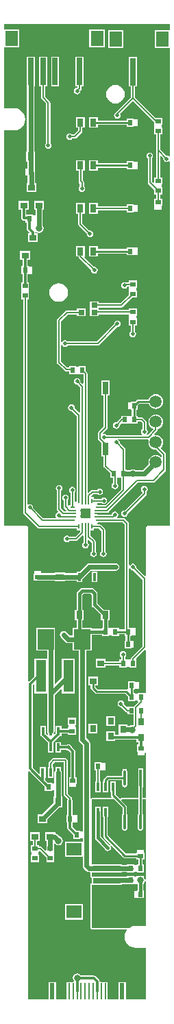
<source format=gtl>
%FSLAX25Y25*%
%MOIN*%
G70*
G01*
G75*
G04 Layer_Physical_Order=1*
G04 Layer_Color=255*
%ADD10C,0.05906*%
%ADD11R,0.02362X0.02756*%
%ADD12R,0.02756X0.02362*%
%ADD13R,0.03150X0.03937*%
%ADD14R,0.03937X0.03150*%
%ADD15R,0.02559X0.02165*%
%ADD16R,0.02165X0.02559*%
%ADD17R,0.03543X0.03150*%
%ADD18R,0.03543X0.03150*%
%ADD19R,0.01575X0.03937*%
%ADD20O,0.01181X0.07874*%
%ADD21R,0.01181X0.07874*%
%ADD22R,0.02362X0.07874*%
%ADD23R,0.01063X0.07874*%
%ADD24R,0.05118X0.05118*%
%ADD25R,0.00787X0.02362*%
%ADD26R,0.00787X0.03150*%
%ADD27R,0.02362X0.00787*%
%ADD28R,0.03150X0.00787*%
%ADD29R,0.05118X0.15748*%
%ADD30R,0.06299X0.07480*%
%ADD31R,0.02756X0.13386*%
%ADD32R,0.02756X0.06102*%
%ADD33R,0.07874X0.10000*%
%ADD34R,0.07480X0.06299*%
%ADD35R,0.13386X0.02756*%
%ADD36R,0.03150X0.02559*%
%ADD37R,0.03150X0.03543*%
%ADD38R,0.03150X0.03543*%
%ADD39C,0.01575*%
%ADD40C,0.01000*%
%ADD41C,0.02362*%
%ADD42C,0.00787*%
%ADD43C,0.01181*%
%ADD44C,0.01969*%
%ADD45C,0.03150*%
G36*
X62526Y-266096D02*
X63047Y-266444D01*
X63661Y-266566D01*
X63817Y-266535D01*
X68386Y-271105D01*
Y-303521D01*
X62923Y-308985D01*
X62705Y-309311D01*
X62629Y-309695D01*
Y-309832D01*
X61861D01*
Y-310050D01*
X60679D01*
Y-309832D01*
X59911D01*
Y-308671D01*
X59994Y-308616D01*
X60342Y-308095D01*
X60464Y-307480D01*
X60342Y-306866D01*
X59994Y-306345D01*
X59473Y-305997D01*
X58858Y-305875D01*
X58244Y-305997D01*
X57723Y-306345D01*
X57375Y-306866D01*
X57253Y-307480D01*
X57375Y-308095D01*
X57723Y-308616D01*
X57904Y-308737D01*
Y-309832D01*
X57136D01*
Y-310787D01*
X50326D01*
Y-309625D01*
X45602D01*
Y-313956D01*
X50326D01*
Y-312794D01*
X57136D01*
Y-313769D01*
X60679D01*
Y-313550D01*
X61861D01*
Y-313769D01*
X65404D01*
Y-309832D01*
X65404Y-309832D01*
X65404D01*
X65260Y-309485D01*
X69401Y-305345D01*
X69863Y-305537D01*
Y-326252D01*
X69494D01*
Y-326252D01*
X65951D01*
Y-326470D01*
X64769D01*
Y-326252D01*
X64110D01*
Y-324518D01*
X64769D01*
Y-324300D01*
X66560D01*
Y-320800D01*
X64769D01*
Y-320582D01*
X61226D01*
Y-323916D01*
X60794Y-324563D01*
X60368Y-324479D01*
X60368Y-324479D01*
X46425D01*
X45336Y-323389D01*
Y-322617D01*
X46586D01*
Y-318286D01*
X41862D01*
Y-322617D01*
X43112D01*
Y-323850D01*
X43112Y-323850D01*
X43197Y-324275D01*
X43438Y-324636D01*
X45178Y-326377D01*
X45539Y-326618D01*
X45965Y-326702D01*
X45965Y-326702D01*
X59908D01*
X61226Y-328021D01*
Y-330188D01*
X64769D01*
Y-329970D01*
X65951D01*
Y-330188D01*
X66090D01*
X66282Y-330650D01*
X64283Y-332649D01*
X64188Y-332791D01*
X61046D01*
X61046Y-332791D01*
Y-332791D01*
X60653Y-332954D01*
X59350Y-331652D01*
X59381Y-331496D01*
X59259Y-330882D01*
X58911Y-330361D01*
X58390Y-330013D01*
X57776Y-329890D01*
X57161Y-330013D01*
X56640Y-330361D01*
X56292Y-330882D01*
X56170Y-331496D01*
X56292Y-332111D01*
X56640Y-332631D01*
X57161Y-332979D01*
X57776Y-333102D01*
X57931Y-333071D01*
X60330Y-335470D01*
X60655Y-335687D01*
X61040Y-335764D01*
X61046D01*
Y-336729D01*
X63989D01*
Y-341632D01*
X63602Y-341949D01*
X63287Y-341887D01*
X62442Y-342055D01*
X62145Y-342254D01*
X61055D01*
Y-341698D01*
X56725D01*
Y-346242D01*
X56725Y-346242D01*
X56725D01*
X56725Y-346422D01*
X56551Y-346596D01*
X55028D01*
Y-344918D01*
X50697D01*
Y-349642D01*
X55028D01*
Y-349004D01*
X65386D01*
Y-350162D01*
X66376D01*
Y-351396D01*
X65611D01*
Y-354939D01*
X65830D01*
Y-356730D01*
X69330D01*
Y-355414D01*
X69792Y-355222D01*
X69863Y-355293D01*
Y-377313D01*
X68452D01*
Y-372098D01*
X68521D01*
Y-363042D01*
X66159D01*
Y-372098D01*
X66228D01*
Y-377313D01*
X58279D01*
X58161Y-377362D01*
X58034D01*
X57944Y-377452D01*
X57827Y-377501D01*
X57807Y-377547D01*
X57317Y-377644D01*
X55212Y-375540D01*
Y-374497D01*
X55478D01*
Y-369379D01*
X52722D01*
Y-374497D01*
X52988D01*
Y-376000D01*
X52988Y-376000D01*
X53073Y-376426D01*
X53314Y-376786D01*
X53379Y-376852D01*
X53188Y-377313D01*
X43504D01*
X43235Y-377425D01*
X42819Y-377147D01*
Y-350776D01*
X42819Y-350776D01*
X42819Y-350776D01*
Y-350776D01*
X42819D01*
X42819Y-350776D01*
X42681Y-350085D01*
X42290Y-349499D01*
X40846Y-348056D01*
Y-305691D01*
X43498D01*
Y-297865D01*
X48586D01*
Y-298429D01*
X52129D01*
Y-298210D01*
X53311D01*
Y-298429D01*
X56854D01*
Y-297580D01*
X59496D01*
Y-298429D01*
X60148D01*
Y-300810D01*
X59587D01*
Y-304550D01*
X62933D01*
Y-304330D01*
X64128D01*
Y-301030D01*
X62933D01*
Y-300810D01*
X62372D01*
Y-298429D01*
X63039D01*
Y-298210D01*
X64830D01*
Y-294710D01*
X63039D01*
Y-294492D01*
X61788D01*
Y-265853D01*
X62267Y-265708D01*
X62526Y-266096D01*
D02*
G37*
G36*
X81674Y-3789D02*
X74327D01*
Y-12451D01*
X81674D01*
Y-64995D01*
X81214Y-65302D01*
X80693Y-64954D01*
X80079Y-64831D01*
X79923Y-64862D01*
X76903Y-61843D01*
Y-54714D01*
X77868D01*
Y-51170D01*
X77650D01*
Y-49989D01*
X77868D01*
Y-46446D01*
X74735D01*
X64740Y-36450D01*
Y-31381D01*
X65705D01*
Y-16815D01*
X61768D01*
Y-31381D01*
X62733D01*
Y-36450D01*
X55353Y-43830D01*
X55203Y-44054D01*
X54928Y-44239D01*
X54580Y-44760D01*
X54457Y-45374D01*
X54580Y-45989D01*
X54928Y-46509D01*
X55449Y-46858D01*
X56063Y-46980D01*
X56677Y-46858D01*
X57198Y-46509D01*
X57546Y-45989D01*
X57669Y-45374D01*
X57546Y-44760D01*
X57433Y-44589D01*
X63736Y-38285D01*
X73931Y-48481D01*
Y-49989D01*
X74150D01*
Y-51170D01*
X73931D01*
Y-54714D01*
X74897D01*
Y-62258D01*
X74897Y-62258D01*
X74897D01*
Y-75486D01*
X73931D01*
Y-77941D01*
X73470Y-78133D01*
X72854Y-77517D01*
Y-66282D01*
X72986Y-66194D01*
X73334Y-65674D01*
X73456Y-65059D01*
X73334Y-64445D01*
X72986Y-63924D01*
X72465Y-63576D01*
X71850Y-63453D01*
X71236Y-63576D01*
X70715Y-63924D01*
X70367Y-64445D01*
X70245Y-65059D01*
X70367Y-65674D01*
X70715Y-66194D01*
X70847Y-66282D01*
Y-77933D01*
X70847Y-77933D01*
X70847D01*
X70923Y-78317D01*
X71141Y-78642D01*
X73931Y-81433D01*
Y-83754D01*
X74897D01*
Y-85776D01*
X73931D01*
Y-89319D01*
X74150D01*
Y-91110D01*
X77650D01*
Y-89319D01*
X77868D01*
Y-85776D01*
X76903D01*
Y-83754D01*
X77868D01*
Y-80211D01*
X77650D01*
Y-79029D01*
X77868D01*
Y-75486D01*
X76903D01*
Y-65334D01*
X77365Y-65143D01*
X78504Y-66281D01*
X78473Y-66437D01*
X78595Y-67052D01*
X78943Y-67572D01*
X79464Y-67920D01*
X80079Y-68043D01*
X80693Y-67920D01*
X81214Y-67572D01*
X81674Y-67879D01*
Y-245060D01*
X70866D01*
X70482Y-245136D01*
X70157Y-245354D01*
X69939Y-245679D01*
X69863Y-246063D01*
Y-269089D01*
X69401Y-269281D01*
X65236Y-265116D01*
X65267Y-264961D01*
X65145Y-264346D01*
X64797Y-263825D01*
X64276Y-263477D01*
X63661Y-263355D01*
X63047Y-263477D01*
X62526Y-263825D01*
X62267Y-264214D01*
X61788Y-264069D01*
Y-243855D01*
X61712Y-243471D01*
X61494Y-243146D01*
X59841Y-241493D01*
X59516Y-241276D01*
X59132Y-241199D01*
X56362D01*
X56057Y-240742D01*
X56405Y-240221D01*
X56527Y-239606D01*
X56405Y-238992D01*
X56057Y-238471D01*
X55536Y-238123D01*
X54921Y-238001D01*
X54307Y-238123D01*
X53786Y-238471D01*
X53438Y-238992D01*
X53316Y-239606D01*
X53301Y-239624D01*
X46400D01*
Y-238482D01*
X51144D01*
X51528Y-238405D01*
X51853Y-238188D01*
X66124Y-223917D01*
X73543D01*
X73927Y-223840D01*
X74253Y-223623D01*
X79457Y-218419D01*
X79674Y-218094D01*
X79751Y-217710D01*
X79751Y-217710D01*
X79751Y-217710D01*
Y-217710D01*
Y-210115D01*
X79687Y-209794D01*
X79674Y-209731D01*
X79457Y-209405D01*
X77310Y-207258D01*
X77337Y-206846D01*
X77905Y-206106D01*
X78262Y-205244D01*
X78384Y-204319D01*
X78262Y-203394D01*
X77905Y-202532D01*
X77337Y-201792D01*
X76597Y-201224D01*
X75735Y-200867D01*
X74810Y-200745D01*
X74264Y-200817D01*
X74043Y-200369D01*
X75520Y-198892D01*
X75737Y-198566D01*
X75814Y-198182D01*
X75814Y-198182D01*
X75814Y-198182D01*
Y-198182D01*
Y-197760D01*
X76597Y-197435D01*
X77337Y-196867D01*
X77905Y-196127D01*
X78262Y-195265D01*
X78384Y-194340D01*
X78262Y-193415D01*
X77905Y-192553D01*
X77337Y-191813D01*
X76597Y-191245D01*
X75735Y-190888D01*
X74810Y-190766D01*
X73885Y-190888D01*
X73023Y-191245D01*
X72283Y-191813D01*
X71715Y-192553D01*
X71358Y-193415D01*
X71236Y-194340D01*
X71358Y-195265D01*
X71715Y-196127D01*
X72283Y-196867D01*
X73023Y-197435D01*
X73396Y-197589D01*
X73493Y-198080D01*
X70907Y-200666D01*
X70422Y-200544D01*
X70357Y-200329D01*
X70387Y-200309D01*
X70735Y-199788D01*
X70858Y-199173D01*
X70735Y-198559D01*
X70387Y-198038D01*
X70256Y-197950D01*
Y-194528D01*
X70179Y-194143D01*
X69962Y-193818D01*
X68714Y-192571D01*
X68389Y-192353D01*
X68005Y-192277D01*
X66091D01*
Y-191411D01*
X65332D01*
Y-188450D01*
X65894D01*
Y-186479D01*
X66741Y-185632D01*
X71435D01*
X71715Y-186307D01*
X72283Y-187047D01*
X73023Y-187615D01*
X73885Y-187972D01*
X74810Y-188094D01*
X75735Y-187972D01*
X76597Y-187615D01*
X77337Y-187047D01*
X77905Y-186307D01*
X78262Y-185445D01*
X78384Y-184520D01*
X78262Y-183595D01*
X77905Y-182733D01*
X77337Y-181993D01*
X76597Y-181425D01*
X75735Y-181068D01*
X74810Y-180946D01*
X73885Y-181068D01*
X73023Y-181425D01*
X72283Y-181993D01*
X71715Y-182733D01*
X71435Y-183408D01*
X66280D01*
X66280Y-183408D01*
X65855Y-183493D01*
X65494Y-183734D01*
X64518Y-184710D01*
X62547D01*
Y-184930D01*
X61352D01*
Y-188230D01*
X62547D01*
Y-188450D01*
X63108D01*
Y-191411D01*
X62548D01*
Y-191630D01*
X61367D01*
Y-191411D01*
X57824D01*
Y-192576D01*
X57682Y-192670D01*
X55746Y-194606D01*
X55590Y-194576D01*
X54976Y-194698D01*
X54455Y-195046D01*
X54107Y-195567D01*
X53985Y-196181D01*
X54107Y-196796D01*
X54455Y-197317D01*
X54976Y-197664D01*
X55590Y-197787D01*
X56205Y-197664D01*
X56726Y-197317D01*
X57074Y-196796D01*
X57196Y-196181D01*
X57165Y-196026D01*
X57842Y-195349D01*
X61367D01*
Y-195130D01*
X62548D01*
Y-195349D01*
X66091D01*
Y-194284D01*
X67589D01*
X68248Y-194943D01*
Y-197950D01*
X68117Y-198038D01*
X67769Y-198559D01*
X67646Y-199173D01*
X67769Y-199788D01*
X68117Y-200309D01*
X68147Y-200329D01*
X68002Y-200807D01*
X50869D01*
X50781Y-200676D01*
X50260Y-200328D01*
X49646Y-200205D01*
X49352Y-200264D01*
X49116Y-199823D01*
X51103Y-197836D01*
X51321Y-197510D01*
X51397Y-197126D01*
X51397Y-197126D01*
X51397Y-197126D01*
Y-197126D01*
Y-181595D01*
X52362D01*
Y-174311D01*
X48425D01*
Y-181595D01*
X49390D01*
Y-196710D01*
X46968Y-199133D01*
X46750Y-199459D01*
X46674Y-199843D01*
X46674Y-199843D01*
X46674D01*
X46674Y-199843D01*
X46674D01*
Y-202626D01*
X46750Y-203010D01*
X46968Y-203336D01*
X48425Y-204794D01*
Y-211319D01*
X49390D01*
Y-215776D01*
X49467Y-216160D01*
X49684Y-216486D01*
X52526Y-219328D01*
Y-221649D01*
X53918D01*
Y-224249D01*
X53786Y-224337D01*
X53438Y-224858D01*
X53316Y-225472D01*
X53438Y-226087D01*
X53786Y-226608D01*
X54307Y-226956D01*
X54921Y-227078D01*
X55536Y-226956D01*
X56057Y-226608D01*
X56405Y-226087D01*
X56527Y-225472D01*
X56405Y-224858D01*
X56057Y-224337D01*
X55925Y-224249D01*
Y-221649D01*
X56069D01*
Y-221430D01*
X57250D01*
Y-221649D01*
X58019D01*
Y-227216D01*
X50334Y-234900D01*
X46794D01*
X46786Y-234901D01*
X46400Y-234584D01*
Y-233757D01*
X48263D01*
X48351Y-233889D01*
X48872Y-234237D01*
X49486Y-234360D01*
X50101Y-234237D01*
X50621Y-233889D01*
X50970Y-233368D01*
X51092Y-232754D01*
X50970Y-232139D01*
X50621Y-231618D01*
X50101Y-231270D01*
X49486Y-231148D01*
X48872Y-231270D01*
X48351Y-231618D01*
X48263Y-231750D01*
X44628D01*
Y-230982D01*
X43413D01*
X43222Y-230520D01*
X44274Y-229468D01*
X46296D01*
X46384Y-229600D01*
X46905Y-229948D01*
X47520Y-230070D01*
X48134Y-229948D01*
X48655Y-229600D01*
X49003Y-229079D01*
X49125Y-228465D01*
X49003Y-227850D01*
X48655Y-227329D01*
X48134Y-226981D01*
X47520Y-226859D01*
X46905Y-226981D01*
X46384Y-227329D01*
X46296Y-227461D01*
X43858D01*
X43474Y-227537D01*
X43149Y-227755D01*
X41960Y-228944D01*
X41498Y-228752D01*
Y-170852D01*
X41422Y-170468D01*
X41204Y-170143D01*
X40754Y-169692D01*
Y-167371D01*
X37211D01*
Y-167590D01*
X36029D01*
Y-167371D01*
X32486D01*
Y-167997D01*
X31616D01*
X28703Y-165084D01*
Y-157158D01*
X29182Y-157012D01*
X29465Y-157435D01*
X29985Y-157783D01*
X30600Y-157906D01*
X31214Y-157783D01*
X31735Y-157435D01*
X31824Y-157304D01*
X46500D01*
X46884Y-157227D01*
X47210Y-157010D01*
X55945Y-148275D01*
X56100Y-148306D01*
X56714Y-148183D01*
X57235Y-147835D01*
X57583Y-147315D01*
X57706Y-146700D01*
X57583Y-146086D01*
X57235Y-145565D01*
X56714Y-145217D01*
X56100Y-145094D01*
X55485Y-145217D01*
X54965Y-145565D01*
X54617Y-146086D01*
X54494Y-146700D01*
X54525Y-146855D01*
X46084Y-155297D01*
X31824D01*
X31735Y-155165D01*
X31214Y-154817D01*
X30600Y-154694D01*
X29985Y-154817D01*
X29465Y-155165D01*
X29182Y-155588D01*
X28703Y-155443D01*
Y-145416D01*
X32036Y-142084D01*
X36395D01*
Y-142950D01*
X40725D01*
Y-139210D01*
X36395D01*
Y-140076D01*
X31620D01*
X31236Y-140153D01*
X30910Y-140370D01*
X26990Y-144290D01*
X26773Y-144616D01*
X26697Y-145000D01*
X26697Y-145000D01*
X26697D01*
X26697Y-145000D01*
X26697D01*
Y-165500D01*
X26697Y-165500D01*
X26697D01*
X26773Y-165884D01*
X26990Y-166210D01*
X30490Y-169710D01*
X30490D01*
X30490Y-169710D01*
X30490Y-169710D01*
Y-169710D01*
X30816Y-169927D01*
X31200Y-170003D01*
X32486D01*
Y-171309D01*
X36029D01*
Y-171090D01*
X37211D01*
Y-171309D01*
X39491D01*
Y-175607D01*
X39029Y-175799D01*
X38071Y-174841D01*
X38102Y-174685D01*
X37980Y-174071D01*
X37631Y-173550D01*
X37110Y-173202D01*
X36496Y-173079D01*
X35882Y-173202D01*
X35361Y-173550D01*
X35013Y-174071D01*
X34890Y-174685D01*
X35013Y-175300D01*
X35361Y-175820D01*
X35882Y-176169D01*
X36496Y-176291D01*
X36652Y-176260D01*
X37916Y-177524D01*
Y-189623D01*
X37454Y-189814D01*
X35315Y-187675D01*
X35346Y-187520D01*
X35224Y-186905D01*
X34876Y-186384D01*
X34355Y-186036D01*
X33740Y-185914D01*
X33126Y-186036D01*
X32605Y-186384D01*
X32257Y-186905D01*
X32135Y-187520D01*
X32257Y-188134D01*
X32605Y-188655D01*
X33126Y-189003D01*
X33740Y-189125D01*
X33896Y-189094D01*
X36341Y-191540D01*
Y-232754D01*
X36343Y-232761D01*
X36026Y-233148D01*
X35199D01*
Y-228765D01*
X35331Y-228677D01*
X35679Y-228156D01*
X35801Y-227542D01*
X35679Y-226927D01*
X35331Y-226406D01*
X34810Y-226058D01*
X34195Y-225936D01*
X33581Y-226058D01*
X33060Y-226406D01*
X32712Y-226927D01*
X32590Y-227542D01*
X32712Y-228156D01*
X33060Y-228677D01*
X33192Y-228765D01*
Y-234919D01*
X32424D01*
Y-235154D01*
X32246Y-235228D01*
X31830Y-234950D01*
Y-232601D01*
X31962Y-232513D01*
X32310Y-231992D01*
X32432Y-231378D01*
X32310Y-230764D01*
X31962Y-230243D01*
X31441Y-229894D01*
X30827Y-229772D01*
X30212Y-229894D01*
X29691Y-230243D01*
X29343Y-230764D01*
X29221Y-231378D01*
X29343Y-231992D01*
X29691Y-232513D01*
X29823Y-232601D01*
Y-235630D01*
X29823Y-235630D01*
X29823D01*
X29900Y-236014D01*
X30117Y-236339D01*
X31365Y-237588D01*
X31174Y-238050D01*
X30217D01*
X28720Y-236553D01*
Y-227916D01*
X28852Y-227828D01*
X29200Y-227307D01*
X29322Y-226693D01*
X29200Y-226079D01*
X28852Y-225557D01*
X28331Y-225209D01*
X27716Y-225087D01*
X27102Y-225209D01*
X26581Y-225557D01*
X26233Y-226079D01*
X26111Y-226693D01*
X26233Y-227307D01*
X26581Y-227828D01*
X26713Y-227916D01*
Y-236968D01*
X26789Y-237353D01*
X27007Y-237678D01*
X27282Y-237953D01*
X27136Y-238431D01*
X26905Y-238477D01*
X26384Y-238825D01*
X26036Y-239346D01*
X25914Y-239961D01*
X26036Y-240575D01*
X26159Y-240758D01*
X25923Y-241199D01*
X20099D01*
X15079Y-236179D01*
X15110Y-236024D01*
X14988Y-235409D01*
X14639Y-234888D01*
X14119Y-234540D01*
X13504Y-234418D01*
X12890Y-234540D01*
X12615Y-234724D01*
X12173Y-234489D01*
Y-134754D01*
X13138D01*
Y-131210D01*
X12920D01*
Y-130029D01*
X13138D01*
Y-126486D01*
X12374D01*
Y-122641D01*
X12942D01*
Y-122422D01*
X14732D01*
Y-118922D01*
X12942D01*
Y-118703D01*
X12374D01*
Y-115699D01*
X13532D01*
Y-111368D01*
X8808D01*
Y-115699D01*
X9966D01*
Y-118703D01*
X9398D01*
Y-122641D01*
X9966D01*
Y-126486D01*
X9201D01*
Y-130029D01*
X9420D01*
Y-131210D01*
X9201D01*
Y-134754D01*
X10166D01*
Y-238454D01*
X10166Y-238454D01*
X10166D01*
X10243Y-238838D01*
X10460Y-239163D01*
X17359Y-246062D01*
X17577Y-246207D01*
X17685Y-246279D01*
X18069Y-246356D01*
X36361D01*
Y-247124D01*
X37916D01*
Y-247909D01*
X35529Y-250296D01*
X32798D01*
X32710Y-250164D01*
X32189Y-249816D01*
X31575Y-249694D01*
X30960Y-249816D01*
X30439Y-250164D01*
X30091Y-250685D01*
X29969Y-251299D01*
X30091Y-251914D01*
X30439Y-252435D01*
X30960Y-252783D01*
X31575Y-252905D01*
X32189Y-252783D01*
X32710Y-252435D01*
X32798Y-252303D01*
X35945D01*
X36329Y-252226D01*
X36654Y-252009D01*
X39029Y-249634D01*
X39491Y-249826D01*
Y-253145D01*
X39416Y-253195D01*
X39068Y-253716D01*
X38945Y-254331D01*
X39068Y-254945D01*
X39416Y-255466D01*
X39937Y-255814D01*
X40551Y-255936D01*
X41166Y-255814D01*
X41686Y-255466D01*
X42035Y-254945D01*
X42157Y-254331D01*
X42035Y-253716D01*
X41686Y-253195D01*
X41498Y-253069D01*
Y-251740D01*
X41960Y-251549D01*
X43485Y-253073D01*
Y-257340D01*
X43353Y-257428D01*
X43005Y-257948D01*
X42882Y-258563D01*
X43005Y-259177D01*
X43353Y-259698D01*
X43874Y-260046D01*
X44488Y-260169D01*
X45103Y-260046D01*
X45624Y-259698D01*
X45972Y-259177D01*
X46094Y-258563D01*
X45972Y-257948D01*
X45624Y-257428D01*
X45492Y-257340D01*
Y-252658D01*
X45415Y-252274D01*
X45198Y-251948D01*
X43073Y-249823D01*
Y-247124D01*
X44628D01*
Y-246356D01*
X47141D01*
X48209Y-247424D01*
Y-257320D01*
X48077Y-257408D01*
X47729Y-257929D01*
X47607Y-258543D01*
X47729Y-259158D01*
X48077Y-259679D01*
X48598Y-260027D01*
X49213Y-260149D01*
X49827Y-260027D01*
X50348Y-259679D01*
X50696Y-259158D01*
X50818Y-258543D01*
X50696Y-257929D01*
X50348Y-257408D01*
X50216Y-257320D01*
Y-247008D01*
X50140Y-246624D01*
X49922Y-246298D01*
X48267Y-244643D01*
X47941Y-244425D01*
X47557Y-244349D01*
X46400D01*
Y-243522D01*
X46786Y-243205D01*
X46794Y-243206D01*
X58716D01*
X59781Y-244271D01*
Y-294492D01*
X59496D01*
Y-295356D01*
X56854D01*
Y-294492D01*
X53311D01*
Y-294710D01*
X52129D01*
Y-294492D01*
X51763D01*
Y-290879D01*
X52439D01*
Y-285761D01*
X49701D01*
X46455Y-282515D01*
Y-282032D01*
Y-278042D01*
X46348Y-277505D01*
X46044Y-277049D01*
X44537Y-275542D01*
X44081Y-275237D01*
X43543Y-275131D01*
X39016D01*
X38478Y-275237D01*
X38022Y-275542D01*
X36576Y-276988D01*
X36272Y-277444D01*
X36165Y-277981D01*
Y-282032D01*
Y-285811D01*
X35391D01*
Y-290929D01*
X36151D01*
Y-294510D01*
X34442D01*
Y-298294D01*
X32836D01*
X31199Y-296656D01*
X30612Y-296264D01*
X29921Y-296127D01*
X29230Y-296264D01*
X28644Y-296656D01*
X28252Y-297242D01*
X28115Y-297933D01*
X28252Y-298624D01*
X28644Y-299210D01*
X30811Y-301377D01*
X31397Y-301769D01*
X32088Y-301906D01*
X34442D01*
Y-305691D01*
X37234D01*
Y-348804D01*
X37234Y-348804D01*
X37234D01*
X37371Y-349495D01*
X37763Y-350081D01*
X39206Y-351524D01*
Y-393451D01*
X38060D01*
Y-393232D01*
X36022D01*
X34172Y-391382D01*
Y-389399D01*
X34740D01*
Y-389181D01*
X36530D01*
Y-385681D01*
X34740D01*
Y-385462D01*
X34172D01*
Y-378496D01*
X34080Y-378035D01*
X33972Y-377872D01*
Y-377555D01*
X33895Y-377170D01*
X33823Y-377063D01*
X33678Y-376845D01*
X32008Y-375175D01*
Y-359252D01*
X31931Y-358868D01*
X31714Y-358542D01*
X31320Y-358149D01*
X30994Y-357931D01*
X30610Y-357855D01*
X25098D01*
X24778Y-357919D01*
X24714Y-357931D01*
X24389Y-358149D01*
X22830Y-359707D01*
X22613Y-360033D01*
X22536Y-360417D01*
X22536Y-360417D01*
X22536D01*
X22536Y-360417D01*
X22536D01*
Y-362343D01*
X22162D01*
Y-367461D01*
X24918D01*
Y-362343D01*
X24543D01*
Y-360832D01*
X25514Y-359862D01*
X30000D01*
Y-375590D01*
X30000Y-375590D01*
X30000D01*
X30077Y-375975D01*
X30294Y-376300D01*
X31925Y-377931D01*
X31855Y-378035D01*
X31764Y-378496D01*
Y-385462D01*
X31196D01*
Y-389399D01*
X31764D01*
Y-391881D01*
X31764Y-391881D01*
X31855Y-392341D01*
X32116Y-392732D01*
X34516Y-395132D01*
Y-397169D01*
X38060D01*
Y-396951D01*
X39206D01*
Y-398520D01*
X30627D01*
Y-406000D01*
X39206D01*
Y-410312D01*
X39206Y-410312D01*
X39206D01*
X39344Y-411004D01*
X39735Y-411590D01*
X40974Y-412829D01*
X41560Y-413220D01*
X42251Y-413358D01*
X42756D01*
X42865Y-413520D01*
Y-415340D01*
Y-415340D01*
Y-415340D01*
X42942Y-415528D01*
X43052Y-415792D01*
X43052Y-415792D01*
X43052Y-415792D01*
X43200Y-415940D01*
X43200Y-415940D01*
X43200Y-415940D01*
X43200Y-415940D01*
X43378Y-416014D01*
X43652Y-416128D01*
X43652D01*
Y-418786D01*
X43652D01*
X43504D01*
X43052Y-418973D01*
X42865Y-419425D01*
Y-440551D01*
X43052Y-441003D01*
X43504Y-441190D01*
X60529D01*
X60750Y-441639D01*
X60318Y-442202D01*
X59782Y-443495D01*
X59600Y-444882D01*
X59782Y-446270D01*
X60318Y-447563D01*
X61170Y-448673D01*
X62280Y-449525D01*
X63573Y-450060D01*
X64961Y-450243D01*
Y-450216D01*
X69863D01*
Y-475375D01*
X60210D01*
Y-466812D01*
X56666D01*
Y-475375D01*
X51410D01*
Y-466812D01*
X48673D01*
X47556Y-466589D01*
X47464Y-466128D01*
X47203Y-465737D01*
X47203Y-465737D01*
X45496Y-464030D01*
X45105Y-463769D01*
X44644Y-463678D01*
X44644Y-463678D01*
X38360D01*
X38122Y-463321D01*
X37406Y-462842D01*
X36561Y-462674D01*
X35716Y-462842D01*
X35000Y-463321D01*
X34521Y-464037D01*
X34353Y-464882D01*
X34521Y-465727D01*
X34952Y-466371D01*
X34716Y-466812D01*
X31450D01*
Y-475375D01*
X26194D01*
Y-466812D01*
X22650D01*
Y-475375D01*
X12815D01*
Y-364473D01*
X13276Y-364282D01*
X18948Y-369953D01*
X18948Y-369954D01*
X20776Y-371781D01*
Y-373818D01*
X24319D01*
Y-373600D01*
X25466D01*
Y-376671D01*
X25111D01*
Y-379544D01*
X19351Y-385305D01*
X17378D01*
Y-389635D01*
X22102D01*
Y-387662D01*
X27975Y-381789D01*
X29442D01*
Y-376671D01*
X29079D01*
Y-371850D01*
X29079Y-371850D01*
X29079Y-371850D01*
Y-371850D01*
Y-364942D01*
X29087Y-364902D01*
X28949Y-364211D01*
X28658Y-363776D01*
Y-362343D01*
X25902D01*
Y-363772D01*
X25603Y-364219D01*
X25466Y-364910D01*
Y-370100D01*
X24319D01*
Y-369882D01*
X22282D01*
X21004Y-368603D01*
Y-367461D01*
X21178D01*
Y-362343D01*
X18422D01*
Y-365368D01*
X17960Y-365559D01*
X14885Y-362485D01*
Y-322448D01*
X15297Y-322036D01*
X15759Y-322227D01*
Y-326528D01*
X21934D01*
Y-326617D01*
Y-332618D01*
Y-344823D01*
X22071Y-345514D01*
X22362Y-345950D01*
Y-346482D01*
X21900Y-346674D01*
X21378Y-346151D01*
Y-342264D01*
X18622D01*
Y-347382D01*
X19203D01*
X22162Y-350342D01*
Y-355257D01*
X24918D01*
Y-350342D01*
X27878Y-347382D01*
X28858D01*
Y-346027D01*
X32041D01*
Y-346594D01*
X35978D01*
Y-343051D01*
X35760D01*
Y-341869D01*
X35978D01*
Y-338326D01*
X32041D01*
Y-341869D01*
X32260D01*
Y-343051D01*
X32041D01*
Y-343619D01*
X28858D01*
Y-342264D01*
X26102D01*
Y-345751D01*
X25580Y-346273D01*
X25118Y-346082D01*
Y-345950D01*
X25409Y-345514D01*
X25547Y-344823D01*
Y-332618D01*
Y-327365D01*
X28683Y-324229D01*
X29145Y-324420D01*
Y-326528D01*
X35444D01*
Y-309598D01*
X29145D01*
Y-318658D01*
X26008Y-321794D01*
X25547Y-321603D01*
Y-305691D01*
X25781D01*
Y-294510D01*
X16726D01*
Y-305691D01*
X21934D01*
Y-309598D01*
X15759D01*
Y-318168D01*
X13276Y-320650D01*
X12815Y-320459D01*
Y-246063D01*
X12738Y-245679D01*
X12521Y-245354D01*
X12195Y-245136D01*
X11811Y-245060D01*
X1003D01*
Y-52578D01*
X5906D01*
Y-52605D01*
X7293Y-52422D01*
X8586Y-51887D01*
X9696Y-51035D01*
X10548Y-49924D01*
X11084Y-48632D01*
X11266Y-47244D01*
X11084Y-45857D01*
X10548Y-44564D01*
X9696Y-43453D01*
X8586Y-42601D01*
X7293Y-42066D01*
X5906Y-41883D01*
Y-41910D01*
X1003D01*
Y-12380D01*
X8427D01*
Y-3718D01*
X1003D01*
Y-1003D01*
X81674D01*
Y-3789D01*
D02*
G37*
G36*
X71426Y-203230D02*
X71358Y-203394D01*
X71236Y-204319D01*
X71358Y-205244D01*
X71715Y-206106D01*
X72283Y-206846D01*
X73023Y-207414D01*
X73885Y-207771D01*
X74810Y-207893D01*
X75072Y-207858D01*
X77744Y-210530D01*
Y-211271D01*
X77295Y-211492D01*
X76597Y-210957D01*
X75735Y-210599D01*
X74810Y-210478D01*
X73885Y-210599D01*
X73023Y-210957D01*
X72283Y-211525D01*
X71715Y-212265D01*
X71358Y-213127D01*
X71236Y-214052D01*
X71355Y-214952D01*
X68454Y-217853D01*
X64855D01*
X64506Y-217620D01*
X63661Y-217452D01*
X62817Y-217620D01*
X62467Y-217853D01*
X60794D01*
Y-217711D01*
X60026D01*
Y-207762D01*
X59949Y-207378D01*
X59732Y-207053D01*
X57165Y-204486D01*
X57196Y-204331D01*
X57074Y-203716D01*
X56726Y-203195D01*
X56205Y-202847D01*
X56205Y-202847D01*
X56205D01*
Y-202847D01*
X56208Y-202815D01*
X71148D01*
X71426Y-203230D01*
D02*
G37*
G36*
X43645Y-278624D02*
Y-282032D01*
Y-283097D01*
X43672Y-283232D01*
Y-284591D01*
X44558D01*
X48108Y-288142D01*
Y-290879D01*
X48953D01*
Y-294492D01*
X48586D01*
Y-295055D01*
X43498D01*
Y-294510D01*
X38961D01*
Y-290929D01*
X39722D01*
Y-285811D01*
X38975D01*
Y-282032D01*
Y-278563D01*
X39598Y-277940D01*
X42961D01*
X43645Y-278624D01*
D02*
G37*
G36*
X69863Y-416834D02*
X69365Y-416883D01*
X69292Y-416515D01*
X69024Y-416114D01*
Y-415391D01*
X68204D01*
X68097Y-415320D01*
X67252Y-415152D01*
X66407Y-415320D01*
X66301Y-415391D01*
X65481D01*
Y-415610D01*
X64299D01*
Y-415391D01*
X60756D01*
Y-415554D01*
X58219D01*
Y-415488D01*
X43857D01*
X43857Y-415488D01*
Y-415488D01*
X43652Y-415488D01*
X43504Y-415340D01*
Y-413520D01*
X43652D01*
Y-413520D01*
X58219D01*
Y-413358D01*
X60816D01*
Y-413539D01*
X64359D01*
Y-413320D01*
X65540D01*
Y-413539D01*
X69084D01*
Y-409601D01*
X68424D01*
Y-407084D01*
X69160D01*
Y-403737D01*
X68940D01*
Y-402542D01*
X65640D01*
Y-403737D01*
X65420D01*
Y-404298D01*
X60271D01*
X51472Y-395499D01*
Y-386701D01*
X51738D01*
Y-381583D01*
X48982D01*
Y-386701D01*
X49248D01*
Y-395960D01*
X49248Y-395960D01*
X49333Y-396386D01*
X49574Y-396746D01*
X52684Y-399857D01*
X52367Y-400243D01*
X52367D01*
X51992Y-399993D01*
X51854Y-399965D01*
X48025Y-396136D01*
Y-384142D01*
X47998Y-384007D01*
Y-381583D01*
X45242D01*
Y-384007D01*
X45215Y-384142D01*
Y-396718D01*
X45322Y-397256D01*
X45626Y-397712D01*
X49867Y-401952D01*
X49894Y-402091D01*
X50243Y-402612D01*
X50763Y-402960D01*
X51378Y-403082D01*
X51992Y-402960D01*
X52513Y-402612D01*
X52861Y-402091D01*
X52984Y-401476D01*
X52861Y-400862D01*
X52611Y-400487D01*
X52997Y-400170D01*
X59024Y-406196D01*
X59024Y-406196D01*
X59240Y-406341D01*
X59385Y-406438D01*
X59810Y-406522D01*
X65420D01*
Y-407084D01*
X66200D01*
Y-409601D01*
X65540D01*
Y-409820D01*
X64359D01*
Y-409601D01*
X60816D01*
Y-409745D01*
X58219D01*
Y-409583D01*
X43652D01*
D01*
X43652D01*
X43504Y-409435D01*
Y-377953D01*
X54480D01*
X58551Y-382023D01*
Y-385022D01*
X58550Y-385022D01*
X58459Y-385483D01*
Y-392176D01*
X58550Y-392637D01*
X58811Y-393028D01*
X59202Y-393289D01*
X59663Y-393380D01*
X60124Y-393289D01*
X60514Y-393028D01*
X60775Y-392637D01*
X60867Y-392176D01*
Y-385483D01*
X60775Y-385022D01*
X60775Y-385022D01*
Y-381563D01*
X60775Y-381563D01*
X60690Y-381137D01*
X60449Y-380777D01*
X58087Y-378415D01*
X58279Y-377953D01*
X66228D01*
Y-385022D01*
X66227Y-385022D01*
X66136Y-385483D01*
Y-392176D01*
X66227Y-392637D01*
X66488Y-393028D01*
X66879Y-393289D01*
X67340Y-393380D01*
X67801Y-393289D01*
X68191Y-393028D01*
X68453Y-392637D01*
X68544Y-392176D01*
Y-385483D01*
X68453Y-385022D01*
X68452Y-385022D01*
Y-377953D01*
X69863D01*
Y-416834D01*
D02*
G37*
G36*
Y-417886D02*
Y-439548D01*
X64961D01*
Y-439521D01*
X63573Y-439704D01*
X62280Y-440239D01*
X61874Y-440551D01*
X43504D01*
Y-419425D01*
X43504D01*
X43652D01*
X43857Y-419425D01*
X43857Y-419425D01*
Y-419425D01*
X58219D01*
Y-419166D01*
X60756D01*
Y-419328D01*
X64299D01*
Y-419110D01*
X65481D01*
Y-419328D01*
X65825D01*
Y-422260D01*
X65557D01*
Y-422480D01*
X64362D01*
Y-425780D01*
X65557D01*
Y-426000D01*
X68903D01*
Y-422260D01*
X68635D01*
Y-419328D01*
X69024D01*
Y-418606D01*
X69292Y-418205D01*
X69365Y-417837D01*
X69863Y-417886D01*
D02*
G37*
%LPC*%
G36*
X46428Y-267269D02*
X43672D01*
Y-272387D01*
X46428D01*
Y-267269D01*
D02*
G37*
G36*
X55197Y-263154D02*
X42437D01*
X41746Y-263292D01*
X41160Y-263683D01*
X37574Y-267269D01*
X36192D01*
Y-268040D01*
X30709D01*
Y-267681D01*
X25591D01*
Y-268034D01*
X18980D01*
Y-266972D01*
X15680D01*
Y-268167D01*
X15460D01*
Y-271514D01*
X16661D01*
X17330Y-271647D01*
X25591D01*
Y-272012D01*
X30709D01*
Y-271653D01*
X36192D01*
Y-272387D01*
X38948D01*
Y-271004D01*
X43185Y-266767D01*
X55197D01*
X55888Y-266630D01*
X56474Y-266238D01*
X56866Y-265652D01*
X57003Y-264961D01*
X56866Y-264269D01*
X56474Y-263683D01*
X55888Y-263292D01*
X55197Y-263154D01*
D02*
G37*
G36*
X27559Y-126929D02*
X26377Y-127085D01*
X25276Y-127541D01*
X24330Y-128267D01*
X23604Y-129213D01*
X23148Y-130314D01*
X22992Y-131496D01*
X23148Y-132678D01*
X23604Y-133779D01*
X24330Y-134725D01*
X25276Y-135451D01*
X26377Y-135907D01*
X27559Y-136063D01*
X28741Y-135907D01*
X29842Y-135451D01*
X30788Y-134725D01*
X31514Y-133779D01*
X31970Y-132678D01*
X32126Y-131496D01*
X31970Y-130314D01*
X31514Y-129213D01*
X30788Y-128267D01*
X29842Y-127541D01*
X28741Y-127085D01*
X27559Y-126929D01*
D02*
G37*
G36*
X39288Y-428953D02*
X30627D01*
Y-436433D01*
X39288D01*
Y-428953D01*
D02*
G37*
G36*
X69252Y-225599D02*
X68638Y-225721D01*
X68117Y-226069D01*
X67769Y-226590D01*
X67646Y-227205D01*
X67769Y-227819D01*
X68117Y-228340D01*
X68248Y-228428D01*
Y-228954D01*
X59762Y-237441D01*
X59606Y-237410D01*
X58992Y-237532D01*
X58471Y-237880D01*
X58123Y-238401D01*
X58001Y-239016D01*
X58123Y-239630D01*
X58471Y-240151D01*
X58992Y-240499D01*
X59606Y-240621D01*
X60221Y-240499D01*
X60742Y-240151D01*
X61090Y-239630D01*
X61212Y-239016D01*
X61181Y-238860D01*
X69962Y-230080D01*
X70179Y-229754D01*
X70256Y-229370D01*
Y-228428D01*
X70387Y-228340D01*
X70735Y-227819D01*
X70858Y-227205D01*
X70735Y-226590D01*
X70387Y-226069D01*
X69866Y-225721D01*
X69252Y-225599D01*
D02*
G37*
G36*
X59663Y-363019D02*
X59202Y-363111D01*
X58811Y-363372D01*
X58550Y-363763D01*
X58459Y-364224D01*
Y-366458D01*
X51330D01*
X51330Y-366458D01*
X50905Y-366543D01*
X50544Y-366784D01*
X49514Y-367814D01*
X49273Y-368175D01*
X49188Y-368600D01*
X49248Y-368902D01*
Y-369379D01*
X48982D01*
Y-374497D01*
X51738D01*
Y-369379D01*
X51738D01*
X51738Y-368735D01*
X51791Y-368682D01*
X58459D01*
Y-370917D01*
X58550Y-371377D01*
X58811Y-371768D01*
X59202Y-372029D01*
X59663Y-372121D01*
X60124Y-372029D01*
X60514Y-371768D01*
X60775Y-371377D01*
X60867Y-370917D01*
Y-364224D01*
X60775Y-363763D01*
X60514Y-363372D01*
X60124Y-363111D01*
X59663Y-363019D01*
D02*
G37*
G36*
X28658Y-350139D02*
X25902D01*
Y-355257D01*
X28658D01*
Y-353902D01*
X31309D01*
X31727Y-354181D01*
X32320Y-354299D01*
X33196Y-355175D01*
Y-367371D01*
X32530D01*
Y-370717D01*
X32750D01*
Y-371912D01*
X32800Y-371862D01*
X36050D01*
Y-370717D01*
X36270D01*
Y-367371D01*
X35604D01*
Y-354676D01*
X35513Y-354215D01*
X35408Y-354058D01*
X35252Y-353824D01*
X35252Y-353824D01*
X33903Y-352476D01*
X33825Y-352083D01*
X33477Y-351562D01*
X32956Y-351214D01*
X32342Y-351092D01*
X31727Y-351214D01*
X31309Y-351493D01*
X28658D01*
Y-350139D01*
D02*
G37*
G36*
X48409Y-360032D02*
X44866D01*
Y-363968D01*
X45616D01*
Y-369379D01*
X45242D01*
Y-374497D01*
X47998D01*
Y-369379D01*
X47623D01*
Y-363968D01*
X48409D01*
Y-363750D01*
X50200D01*
Y-360250D01*
X48409D01*
Y-360032D01*
D02*
G37*
G36*
X25842Y-393966D02*
X21118D01*
Y-398297D01*
X21674D01*
Y-400186D01*
X21501D01*
Y-402641D01*
X21040Y-402833D01*
X19455Y-401248D01*
X19130Y-401031D01*
X18746Y-400954D01*
X17929D01*
Y-400186D01*
X16963D01*
Y-398297D01*
X18362D01*
Y-393966D01*
X13638D01*
Y-398297D01*
X14956D01*
Y-400186D01*
X13992D01*
Y-403729D01*
X14210D01*
Y-404911D01*
X13992D01*
Y-408454D01*
X17929D01*
Y-404911D01*
X17710D01*
Y-403729D01*
X17929D01*
Y-403213D01*
X18390Y-403022D01*
X21501Y-406133D01*
Y-408454D01*
X25438D01*
Y-404911D01*
X25220D01*
Y-403729D01*
X25438D01*
Y-400186D01*
X25287D01*
Y-399622D01*
X25765Y-399477D01*
X25879Y-399648D01*
X26596Y-400126D01*
X27441Y-400294D01*
X28285Y-400126D01*
X29002Y-399648D01*
X29480Y-398931D01*
X29648Y-398087D01*
X29480Y-397242D01*
X29002Y-396525D01*
X28285Y-396047D01*
X27873Y-395965D01*
X26763Y-394854D01*
X26177Y-394463D01*
X25842Y-394396D01*
Y-393966D01*
D02*
G37*
G36*
X55028Y-337438D02*
X50697D01*
Y-342162D01*
X55028D01*
Y-337438D01*
D02*
G37*
G36*
X46366Y-341178D02*
X42035D01*
Y-345902D01*
X46366D01*
Y-341178D01*
D02*
G37*
G36*
X65518Y-125716D02*
X61581D01*
Y-126484D01*
X60128D01*
X60036Y-126503D01*
X59595Y-126415D01*
X58981Y-126537D01*
X58460Y-126885D01*
X58112Y-127406D01*
X57990Y-128021D01*
X58112Y-128635D01*
X58460Y-129156D01*
X58981Y-129504D01*
X59595Y-129626D01*
X60210Y-129504D01*
X60731Y-129156D01*
X61079Y-128635D01*
X61084Y-128610D01*
X61581Y-128658D01*
Y-129259D01*
X61800D01*
Y-130441D01*
X61581D01*
Y-132762D01*
X57613Y-136730D01*
X47025D01*
Y-135863D01*
X42694D01*
Y-139604D01*
Y-142950D01*
X47025D01*
Y-142071D01*
X61581D01*
Y-142840D01*
X61800D01*
Y-144021D01*
X61581D01*
Y-147564D01*
X62618D01*
Y-150391D01*
X62487Y-150479D01*
X62139Y-151000D01*
X62016Y-151614D01*
X62139Y-152229D01*
X62487Y-152750D01*
X63008Y-153098D01*
X63622Y-153220D01*
X64236Y-153098D01*
X64757Y-152750D01*
X65105Y-152229D01*
X65228Y-151614D01*
X65105Y-151000D01*
X64757Y-150479D01*
X64626Y-150391D01*
Y-147564D01*
X65518D01*
Y-144021D01*
X65300D01*
Y-142840D01*
X65518D01*
Y-139296D01*
X61581D01*
Y-140064D01*
X47025D01*
Y-139604D01*
Y-138737D01*
X58029D01*
X58413Y-138661D01*
X58738Y-138443D01*
X63198Y-133984D01*
X65518D01*
Y-130441D01*
X65300D01*
Y-129259D01*
X65518D01*
Y-125716D01*
D02*
G37*
G36*
X46601Y-46274D02*
X42271D01*
Y-51392D01*
X46601D01*
Y-50002D01*
X60576D01*
Y-50858D01*
X64119D01*
Y-50640D01*
X65910D01*
Y-47140D01*
X64119D01*
Y-46922D01*
X60576D01*
Y-47778D01*
X46601D01*
Y-46274D01*
D02*
G37*
G36*
X55118Y-30473D02*
X53936Y-30628D01*
X52835Y-31085D01*
X51889Y-31810D01*
X51163Y-32756D01*
X50707Y-33858D01*
X50551Y-35039D01*
X50707Y-36221D01*
X51163Y-37323D01*
X51889Y-38269D01*
X52835Y-38994D01*
X53936Y-39450D01*
X55118Y-39606D01*
X56300Y-39450D01*
X57402Y-38994D01*
X58347Y-38269D01*
X59073Y-37323D01*
X59529Y-36221D01*
X59685Y-35039D01*
X59529Y-33858D01*
X59073Y-32756D01*
X58347Y-31810D01*
X57402Y-31085D01*
X56300Y-30628D01*
X55118Y-30473D01*
D02*
G37*
G36*
X21852Y-16744D02*
X17915D01*
Y-31310D01*
X18880D01*
Y-36537D01*
X18880Y-36537D01*
X18880D01*
X18957Y-36921D01*
X19174Y-37247D01*
X21477Y-39549D01*
Y-58776D01*
X21345Y-58865D01*
X20997Y-59386D01*
X20875Y-60000D01*
X20997Y-60615D01*
X21345Y-61135D01*
X21866Y-61483D01*
X22480Y-61606D01*
X23095Y-61483D01*
X23616Y-61135D01*
X23964Y-60615D01*
X24086Y-60000D01*
X23964Y-59386D01*
X23616Y-58865D01*
X23484Y-58776D01*
Y-39134D01*
X23407Y-38750D01*
X23190Y-38424D01*
X20887Y-36122D01*
Y-31310D01*
X21852D01*
Y-16744D01*
D02*
G37*
G36*
X40302Y-46274D02*
X35971D01*
Y-51392D01*
X37133D01*
Y-52589D01*
X35017Y-54705D01*
X34137D01*
X34049Y-54573D01*
X33528Y-54225D01*
X32913Y-54103D01*
X32299Y-54225D01*
X31778Y-54573D01*
X31430Y-55094D01*
X31308Y-55709D01*
X31430Y-56323D01*
X31778Y-56844D01*
X32299Y-57192D01*
X32913Y-57314D01*
X33528Y-57192D01*
X34049Y-56844D01*
X34137Y-56712D01*
X35433D01*
X35817Y-56636D01*
X36143Y-56418D01*
X38846Y-53715D01*
X39064Y-53389D01*
X39140Y-53005D01*
Y-51392D01*
X40302D01*
Y-46274D01*
D02*
G37*
G36*
X59012Y-3789D02*
X51531D01*
Y-12451D01*
X59012D01*
Y-3789D01*
D02*
G37*
G36*
X49923Y-3718D02*
X42443D01*
Y-12380D01*
X49923D01*
Y-3718D01*
D02*
G37*
G36*
X39569Y-16744D02*
X35632D01*
Y-31310D01*
X36597D01*
Y-31816D01*
X36496Y-31898D01*
X35882Y-32021D01*
X35361Y-32369D01*
X35013Y-32890D01*
X34890Y-33504D01*
X35013Y-34118D01*
X35361Y-34639D01*
X35882Y-34987D01*
X36496Y-35110D01*
X37110Y-34987D01*
X37631Y-34639D01*
X37980Y-34118D01*
X38102Y-33504D01*
X38071Y-33348D01*
X38310Y-33109D01*
X38527Y-32784D01*
X38604Y-32400D01*
Y-31310D01*
X39569D01*
Y-16744D01*
D02*
G37*
G36*
X27758D02*
X23821D01*
Y-31310D01*
X27758D01*
Y-16744D01*
D02*
G37*
G36*
X40302Y-88006D02*
X35971D01*
Y-93124D01*
X37133D01*
Y-98334D01*
X37210Y-98718D01*
X37427Y-99043D01*
X41221Y-102837D01*
X41190Y-102992D01*
X41312Y-103607D01*
X41660Y-104128D01*
X42181Y-104476D01*
X42795Y-104598D01*
X43410Y-104476D01*
X43931Y-104128D01*
X44279Y-103607D01*
X44401Y-102992D01*
X44279Y-102378D01*
X43931Y-101857D01*
X43410Y-101509D01*
X42795Y-101386D01*
X42640Y-101417D01*
X39140Y-97918D01*
Y-93124D01*
X40302D01*
Y-88006D01*
D02*
G37*
G36*
X20354Y-86966D02*
X15630D01*
Y-91297D01*
X16186D01*
Y-93591D01*
X16181D01*
Y-93810D01*
X14999D01*
Y-93591D01*
X11716D01*
Y-91297D01*
X12874D01*
Y-86966D01*
X8150D01*
Y-91297D01*
X9307D01*
Y-95012D01*
X9307Y-95012D01*
X9399Y-95473D01*
X9660Y-95863D01*
X9949Y-96152D01*
X10339Y-96413D01*
X10800Y-96504D01*
X10800Y-96504D01*
X11456D01*
Y-97528D01*
X12024D01*
Y-100428D01*
X12024Y-100428D01*
X12115Y-100889D01*
X12376Y-101279D01*
X13342Y-102245D01*
X13150Y-102707D01*
X12548D01*
Y-107037D01*
X17272D01*
Y-102707D01*
X16114D01*
Y-102116D01*
X16132Y-102106D01*
X16719Y-101990D01*
X17147Y-102276D01*
X17992Y-102444D01*
X18837Y-102276D01*
X19553Y-101797D01*
X20032Y-101081D01*
X20200Y-100236D01*
X20032Y-99391D01*
X19798Y-99042D01*
Y-91297D01*
X20354D01*
Y-86966D01*
D02*
G37*
G36*
X40302Y-108872D02*
X35971D01*
Y-113990D01*
X37170D01*
X37210Y-114190D01*
X37427Y-114516D01*
X43386Y-120474D01*
X43355Y-120630D01*
X43477Y-121244D01*
X43825Y-121765D01*
X44346Y-122113D01*
X44961Y-122236D01*
X45575Y-122113D01*
X46096Y-121765D01*
X46444Y-121244D01*
X46566Y-120630D01*
X46444Y-120016D01*
X46096Y-119495D01*
X45575Y-119147D01*
X44961Y-119024D01*
X44805Y-119055D01*
X40137Y-114388D01*
X40302Y-113990D01*
X40302D01*
X40302Y-113990D01*
Y-108872D01*
D02*
G37*
G36*
X46601D02*
X42271D01*
Y-113990D01*
X46601D01*
Y-112543D01*
X60576D01*
Y-113400D01*
X64119D01*
Y-113181D01*
X65910D01*
Y-109681D01*
X64119D01*
Y-109463D01*
X60576D01*
Y-110319D01*
X46601D01*
Y-108872D01*
D02*
G37*
G36*
X40302Y-67140D02*
X35971D01*
Y-72258D01*
X37185D01*
Y-77362D01*
X37262Y-77746D01*
X37479Y-78072D01*
X37815Y-78408D01*
Y-79761D01*
X37683Y-79849D01*
X37336Y-80370D01*
X37213Y-80984D01*
X37336Y-81599D01*
X37683Y-82120D01*
X38204Y-82468D01*
X38819Y-82590D01*
X39433Y-82468D01*
X39954Y-82120D01*
X40302Y-81599D01*
X40424Y-80984D01*
X40302Y-80370D01*
X39954Y-79849D01*
X39822Y-79761D01*
Y-77992D01*
X39759Y-77672D01*
X39746Y-77608D01*
X39529Y-77283D01*
X39193Y-76947D01*
Y-72258D01*
X40302D01*
Y-67140D01*
D02*
G37*
G36*
X46601D02*
X42271D01*
Y-72258D01*
X46601D01*
Y-70811D01*
X60576D01*
Y-71667D01*
X64119D01*
Y-71449D01*
X65910D01*
Y-67949D01*
X64119D01*
Y-67730D01*
X60576D01*
Y-68587D01*
X46601D01*
Y-67140D01*
D02*
G37*
G36*
Y-88006D02*
X42271D01*
Y-93124D01*
X46601D01*
Y-91569D01*
X60576D01*
Y-92534D01*
X64119D01*
Y-92315D01*
X65910D01*
Y-88815D01*
X64119D01*
Y-88597D01*
X60576D01*
Y-89562D01*
X46601D01*
Y-88006D01*
D02*
G37*
G36*
X15947Y-16744D02*
X12010D01*
Y-31310D01*
X12140D01*
Y-62751D01*
X11781D01*
Y-67869D01*
X12264D01*
Y-71380D01*
X11202D01*
Y-74680D01*
X12397D01*
Y-74900D01*
X12446D01*
Y-78305D01*
X11890D01*
Y-82635D01*
X16614D01*
Y-78305D01*
X16058D01*
Y-73212D01*
X15921Y-72520D01*
X15877Y-72454D01*
Y-67869D01*
X16112D01*
Y-62751D01*
X15753D01*
Y-31310D01*
X15947D01*
Y-16744D01*
D02*
G37*
%LPD*%
D10*
X74810Y-204319D02*
D03*
Y-184520D02*
D03*
Y-214052D02*
D03*
Y-175140D02*
D03*
Y-194340D02*
D03*
D11*
X64320Y-193380D02*
D03*
X59595D02*
D03*
X61268Y-296460D02*
D03*
X65992D02*
D03*
X50358D02*
D03*
X55082D02*
D03*
X54298Y-219680D02*
D03*
X59022D02*
D03*
X38982Y-169340D02*
D03*
X34258D02*
D03*
X62348Y-48890D02*
D03*
X67072D02*
D03*
X62348Y-69699D02*
D03*
X67072D02*
D03*
X62348Y-90565D02*
D03*
X67072D02*
D03*
X62348Y-111431D02*
D03*
X67072D02*
D03*
X51362Y-362000D02*
D03*
X46638D02*
D03*
X62998Y-322550D02*
D03*
X67722D02*
D03*
X22548Y-371850D02*
D03*
X27272D02*
D03*
X67722Y-328220D02*
D03*
X62998D02*
D03*
X32968Y-387431D02*
D03*
X37692D02*
D03*
X41012Y-395201D02*
D03*
X36288D02*
D03*
X58908Y-311800D02*
D03*
X63632D02*
D03*
X67252Y-417360D02*
D03*
X62528D02*
D03*
X13228Y-95560D02*
D03*
X17952D02*
D03*
X15894Y-120672D02*
D03*
X11170D02*
D03*
X62588Y-411570D02*
D03*
X67312D02*
D03*
X67542Y-334760D02*
D03*
X62818D02*
D03*
D12*
X75900Y-48218D02*
D03*
Y-52942D02*
D03*
X63550Y-145792D02*
D03*
Y-141068D02*
D03*
Y-127488D02*
D03*
Y-132212D02*
D03*
X11170Y-132982D02*
D03*
Y-128258D02*
D03*
X15960Y-401958D02*
D03*
Y-406682D02*
D03*
X23470Y-401958D02*
D03*
Y-406682D02*
D03*
X75900Y-92272D02*
D03*
Y-87548D02*
D03*
Y-77258D02*
D03*
Y-81982D02*
D03*
X67580Y-353168D02*
D03*
Y-357892D02*
D03*
X34010Y-340098D02*
D03*
Y-344822D02*
D03*
D13*
X56967Y-288320D02*
D03*
X50274D02*
D03*
X27277Y-379230D02*
D03*
X20583D02*
D03*
X38137Y-111431D02*
D03*
X44436D02*
D03*
X38137Y-90565D02*
D03*
X44436D02*
D03*
X38137Y-69699D02*
D03*
X44436D02*
D03*
X38137Y-48833D02*
D03*
X44436D02*
D03*
X30863Y-288370D02*
D03*
X37556D02*
D03*
X7254Y-65310D02*
D03*
X13947D02*
D03*
D14*
X28150Y-263154D02*
D03*
Y-269847D02*
D03*
D15*
X34400Y-369044D02*
D03*
Y-372981D02*
D03*
X17330Y-265903D02*
D03*
Y-269840D02*
D03*
X67290Y-401473D02*
D03*
Y-405410D02*
D03*
D16*
X60283Y-186580D02*
D03*
X64220D02*
D03*
X65197Y-302680D02*
D03*
X61260D02*
D03*
X10133Y-73030D02*
D03*
X14070D02*
D03*
X67230Y-424130D02*
D03*
X63293D02*
D03*
D17*
X14252Y-80470D02*
D03*
X10512Y-89131D02*
D03*
X14910Y-104872D02*
D03*
X11170Y-113533D02*
D03*
X47964Y-311790D02*
D03*
X44224Y-320452D02*
D03*
X16000Y-396131D02*
D03*
X19740Y-387470D02*
D03*
D18*
X17992Y-89131D02*
D03*
X18650Y-113533D02*
D03*
X51704Y-320452D02*
D03*
X23480Y-396131D02*
D03*
D19*
X27480Y-332618D02*
D03*
X20000D02*
D03*
X23740D02*
D03*
Y-344823D02*
D03*
X20000D02*
D03*
X27480D02*
D03*
X54100Y-371938D02*
D03*
X46620D02*
D03*
X50360D02*
D03*
Y-384142D02*
D03*
X46620D02*
D03*
X54100D02*
D03*
X19800Y-364902D02*
D03*
X27280D02*
D03*
X23540D02*
D03*
Y-352698D02*
D03*
X27280D02*
D03*
X19800D02*
D03*
X37570Y-269828D02*
D03*
X45050D02*
D03*
X41310Y-282032D02*
D03*
X45050D02*
D03*
X37570D02*
D03*
D20*
X59663Y-388830D02*
D03*
X62222D02*
D03*
X64781D02*
D03*
X67340D02*
D03*
X59663Y-367570D02*
D03*
X62222D02*
D03*
X64781D02*
D03*
D21*
X67340D02*
D03*
D22*
X58438Y-471340D02*
D03*
X24422D02*
D03*
D23*
X52257D02*
D03*
X50288D02*
D03*
X48320D02*
D03*
X46351D02*
D03*
X44383D02*
D03*
X40446D02*
D03*
X38477D02*
D03*
X36509D02*
D03*
X34540D02*
D03*
X32572D02*
D03*
X30603D02*
D03*
X42414D02*
D03*
D24*
X40494Y-239053D02*
D03*
D25*
X43644Y-245352D02*
D03*
X37345D02*
D03*
Y-232754D02*
D03*
X43644D02*
D03*
D26*
X42069Y-244959D02*
D03*
X40494D02*
D03*
X38920D02*
D03*
Y-233148D02*
D03*
X40494D02*
D03*
X42069D02*
D03*
D27*
X34195Y-242203D02*
D03*
Y-235904D02*
D03*
X46794D02*
D03*
Y-242203D02*
D03*
D28*
X34589Y-240628D02*
D03*
Y-239053D02*
D03*
Y-237478D02*
D03*
X46400D02*
D03*
Y-239053D02*
D03*
Y-240628D02*
D03*
D29*
X18909Y-318063D02*
D03*
X32294D02*
D03*
D30*
X78067Y-8120D02*
D03*
X55272D02*
D03*
X46183Y-8049D02*
D03*
X4687D02*
D03*
D31*
X69642Y-24098D02*
D03*
X63736D02*
D03*
X13978Y-24027D02*
D03*
X19884D02*
D03*
X25789D02*
D03*
X31695D02*
D03*
X37600D02*
D03*
D32*
X50394Y-177953D02*
D03*
Y-207677D02*
D03*
X32283Y-177953D02*
D03*
Y-207677D02*
D03*
D33*
X38970Y-300100D02*
D03*
X21253D02*
D03*
D34*
X34958Y-432693D02*
D03*
Y-402260D02*
D03*
D35*
X50935Y-411551D02*
D03*
Y-417457D02*
D03*
Y-423362D02*
D03*
D36*
X44859Y-137733D02*
D03*
X38560D02*
D03*
X44859Y-141080D02*
D03*
X38560D02*
D03*
D37*
X67551Y-347800D02*
D03*
X58890Y-344060D02*
D03*
X52862Y-347280D02*
D03*
X44201Y-343540D02*
D03*
D38*
X67551Y-340320D02*
D03*
X52862Y-339800D02*
D03*
D39*
X46620Y-396718D02*
X51378Y-401476D01*
X67230Y-424130D02*
Y-417382D01*
X46620Y-396718D02*
Y-384142D01*
X37570Y-282032D02*
Y-277981D01*
X39016Y-276535D01*
X43543D01*
X45050Y-278042D01*
Y-282032D02*
Y-278042D01*
X37567Y-289490D02*
X37570Y-289487D01*
Y-288357D02*
Y-282032D01*
X37556Y-288370D02*
X37570Y-288357D01*
X37556Y-298687D02*
Y-288370D01*
Y-298687D02*
X38970Y-300100D01*
X45050Y-283097D02*
Y-282032D01*
X50358Y-296460D02*
Y-288404D01*
X45050Y-283097D02*
X50358Y-288404D01*
X42610Y-296460D02*
X50358D01*
X38970Y-300100D02*
X42610Y-296460D01*
D40*
X67230Y-417382D02*
X67252Y-417360D01*
X67290Y-405410D02*
X67312Y-405433D01*
Y-411570D02*
Y-405433D01*
X51330Y-367570D02*
X59663D01*
X50300Y-368600D02*
X51330Y-367570D01*
X50300Y-368600D02*
X50360Y-368660D01*
Y-371938D02*
Y-368660D01*
X54100Y-376000D02*
X59663Y-381563D01*
Y-388830D02*
Y-381563D01*
X54100Y-376000D02*
Y-371938D01*
X67340Y-388830D02*
Y-367570D01*
X50360Y-395960D02*
Y-384142D01*
X44493Y-48890D02*
X62348D01*
X66280Y-184520D02*
X74810D01*
X64220Y-193280D02*
X64320Y-193380D01*
X64220Y-193280D02*
Y-186580D01*
X66280Y-184520D01*
X61260Y-302680D02*
Y-296468D01*
X55090D02*
X61260D01*
X44436Y-69699D02*
X62348D01*
X44436Y-111431D02*
X62348D01*
X59810Y-405410D02*
X67290D01*
X50360Y-395960D02*
X59810Y-405410D01*
X62998Y-328220D02*
Y-322550D01*
X60368Y-325590D02*
X62998Y-328220D01*
X44224Y-323850D02*
Y-320452D01*
X45965Y-325590D02*
X60368D01*
X44224Y-323850D02*
X45965Y-325590D01*
D41*
X50935Y-417457D02*
X51032Y-417360D01*
X62528D01*
X62569Y-411551D02*
X62588Y-411570D01*
X50935Y-411551D02*
X62569D01*
X41012Y-410312D02*
X42251Y-411551D01*
X50935D01*
X69202Y-219659D02*
X74810Y-214052D01*
X63661Y-219659D02*
X69202D01*
X59043D02*
X63661D01*
X17330Y-269840D02*
X28144D01*
X28150Y-269847D01*
X37551D01*
X37570Y-269828D01*
X42437Y-264961D01*
X55197D01*
X39040Y-348804D02*
X41012Y-350776D01*
X17992Y-100236D02*
Y-89131D01*
X14252Y-80470D02*
Y-73212D01*
X14070Y-73030D02*
X14252Y-73212D01*
X14070Y-73030D02*
Y-65434D01*
X13947Y-65310D02*
X14070Y-65434D01*
X13947Y-65310D02*
Y-24059D01*
X13978Y-24027D01*
X41012Y-410312D02*
Y-395201D01*
Y-350776D01*
X23470Y-401958D02*
X23480Y-401948D01*
Y-396131D01*
X25485D01*
X27441Y-398087D01*
X27277Y-379934D02*
Y-379230D01*
X19740Y-387470D02*
X27277Y-379934D01*
X27272Y-379226D02*
Y-371850D01*
Y-379226D02*
X27277Y-379230D01*
X27272Y-371850D02*
Y-364910D01*
X27280Y-364902D01*
X23740Y-332618D02*
Y-326617D01*
X32294Y-318063D01*
X21253Y-300100D02*
X23740Y-302587D01*
Y-326617D02*
Y-302587D01*
X39040Y-348804D02*
Y-300170D01*
X38970Y-300100D02*
X39040Y-300170D01*
X29921Y-297933D02*
X32088Y-300100D01*
X38970D01*
X23740Y-344823D02*
Y-332618D01*
X58890Y-344060D02*
X63253D01*
X63287Y-344094D01*
D42*
X46620Y-362018D02*
X46638Y-362000D01*
X46620Y-371938D02*
Y-362018D01*
X50394Y-197126D02*
Y-177953D01*
X47677Y-199843D02*
X50394Y-197126D01*
X47677Y-202626D02*
Y-199843D01*
Y-202626D02*
X50394Y-205343D01*
Y-207677D02*
Y-205343D01*
X58392Y-193380D02*
X59595D01*
X55590Y-196181D02*
X58392Y-193380D01*
X55590Y-204331D02*
X59022Y-207762D01*
Y-219680D02*
Y-207762D01*
X27520Y-239961D02*
X28187Y-240628D01*
X34589D01*
X49646Y-201811D02*
X71181D01*
X74810Y-198182D01*
Y-194340D01*
X43644Y-245352D02*
X47557D01*
X49213Y-247008D01*
Y-258543D02*
Y-247008D01*
X63736Y-24098D02*
X63768Y-24129D01*
X31575Y-251299D02*
X35945D01*
X38920Y-248324D01*
Y-244959D01*
X19884Y-36537D02*
Y-24027D01*
Y-36537D02*
X22480Y-39134D01*
Y-60000D02*
Y-39134D01*
X33740Y-187520D02*
X37345Y-191124D01*
Y-232754D02*
Y-191124D01*
X37600Y-32400D02*
Y-24027D01*
X36496Y-33504D02*
X37600Y-32400D01*
X36496Y-174685D02*
X38920Y-177109D01*
Y-233148D02*
Y-177109D01*
X40494Y-233148D02*
Y-170852D01*
X38982Y-169340D02*
X40494Y-170852D01*
X38137Y-53005D02*
Y-48833D01*
X35433Y-55709D02*
X38137Y-53005D01*
X32913Y-55709D02*
X35433D01*
X13504Y-236024D02*
X19683Y-242203D01*
X34195D01*
X27716Y-236968D02*
Y-226693D01*
Y-236968D02*
X29801Y-239053D01*
X34589D01*
X38137Y-98334D02*
X42795Y-102992D01*
X74810Y-206178D02*
Y-204319D01*
X78747Y-217710D02*
Y-210115D01*
X73543Y-222913D02*
X78747Y-217710D01*
X74810Y-206178D02*
X78747Y-210115D01*
X34195Y-235904D02*
Y-227542D01*
X30827Y-235630D02*
Y-231378D01*
Y-235630D02*
X32675Y-237478D01*
X34589D01*
X11170Y-238454D02*
X18069Y-245352D01*
X37345D01*
X64220Y-193280D02*
X68005D01*
X69252Y-194528D01*
Y-199173D02*
Y-194528D01*
Y-229370D02*
Y-227205D01*
X59606Y-239016D02*
X69252Y-229370D01*
X54298Y-219680D02*
X54921Y-220304D01*
Y-225472D02*
Y-220304D01*
X50394Y-215776D02*
Y-207677D01*
Y-215776D02*
X54298Y-219680D01*
X60128Y-127488D02*
X63550D01*
X59595Y-128021D02*
X60128Y-127488D01*
X43858Y-228465D02*
X47520D01*
X42069Y-230254D02*
X43858Y-228465D01*
X42069Y-233148D02*
Y-230254D01*
X63550Y-145792D02*
X63622Y-145864D01*
Y-151614D02*
Y-145864D01*
X43644Y-232754D02*
X49486D01*
X65709Y-222913D02*
X73543D01*
X51144Y-237478D02*
X65709Y-222913D01*
X46400Y-237478D02*
X51144D01*
X59022Y-227631D02*
Y-219680D01*
X50750Y-235904D02*
X59022Y-227631D01*
X46794Y-235904D02*
X50750D01*
X59043Y-219659D02*
X59595Y-219107D01*
X59022Y-219680D02*
X59043Y-219659D01*
X53900Y-240628D02*
X54921Y-239606D01*
X46400Y-240628D02*
X53900D01*
X60785Y-295977D02*
X61268Y-296460D01*
X46794Y-242203D02*
X59132D01*
X63550Y-132828D02*
Y-132212D01*
X33918Y-169000D02*
X34258Y-169340D01*
X27700Y-165500D02*
X31200Y-169000D01*
X27700Y-165500D02*
Y-145000D01*
X31620Y-141080D01*
X38560D01*
X31200Y-169000D02*
X33918D01*
X33858Y-168940D02*
X33918Y-169000D01*
X30600Y-156300D02*
X46500D01*
X56100Y-146700D01*
X58029Y-137733D02*
X63550Y-132212D01*
X44859Y-137733D02*
X58029D01*
X44859Y-141080D02*
X44871Y-141068D01*
X63550D01*
X11170Y-238454D02*
Y-132982D01*
X60785Y-295977D02*
Y-243855D01*
X59132Y-242203D02*
X60785Y-243855D01*
X38819Y-80984D02*
Y-77992D01*
X38189Y-77362D02*
X38819Y-77992D01*
X38189Y-77362D02*
Y-69751D01*
X38137Y-69699D02*
X38189Y-69751D01*
X38137Y-113806D02*
X44961Y-120630D01*
X38137Y-113806D02*
Y-111431D01*
Y-98334D02*
Y-90565D01*
X44436D02*
X62348D01*
X63736Y-36866D02*
X75088Y-48218D01*
X63736Y-36866D02*
Y-24098D01*
X56063Y-45374D02*
Y-44539D01*
X63736Y-36866D01*
X75088Y-48218D02*
X75900D01*
Y-62258D02*
X80079Y-66437D01*
X75900Y-62258D02*
Y-52942D01*
Y-77258D02*
Y-62258D01*
Y-87548D02*
Y-81982D01*
X71850Y-77933D02*
X75900Y-81982D01*
X71850Y-77933D02*
Y-65059D01*
X18746Y-401958D02*
X23470Y-406682D01*
X15960Y-401958D02*
X18746D01*
X15960D02*
Y-396171D01*
X16000Y-396131D01*
X44488Y-258563D02*
Y-252658D01*
X42069Y-250239D02*
Y-244959D01*
Y-250239D02*
X44488Y-252658D01*
X40494Y-254274D02*
Y-244959D01*
Y-254274D02*
X40551Y-254331D01*
X32968Y-378496D02*
Y-377555D01*
X31004Y-375590D02*
X32968Y-377555D01*
X31004Y-375590D02*
Y-359252D01*
X30610Y-358858D02*
X31004Y-359252D01*
X23540Y-364902D02*
Y-360417D01*
X25098Y-358858D01*
X30610D01*
X58908Y-311800D02*
Y-307530D01*
X58858Y-307480D02*
X58908Y-307530D01*
X63632Y-311800D02*
Y-309695D01*
X69390Y-303937D01*
Y-270689D01*
X63661Y-264961D02*
X69390Y-270689D01*
X67722Y-330629D02*
Y-328220D01*
X64992Y-333359D02*
X67722Y-330629D01*
X64992Y-342321D02*
Y-333359D01*
X63253Y-344060D02*
X64992Y-342321D01*
X67551Y-340320D02*
Y-334769D01*
X67542Y-334760D02*
X67551Y-334769D01*
X47964Y-311790D02*
X58898D01*
X58908Y-311800D01*
X61040Y-334760D02*
X62818D01*
X57776Y-331496D02*
X61040Y-334760D01*
D43*
X46351Y-471340D02*
Y-466589D01*
X44644Y-464882D02*
X46351Y-466589D01*
X36509Y-471340D02*
Y-471288D01*
X36561D02*
Y-464882D01*
X44644D01*
X32968Y-391881D02*
X36288Y-395201D01*
X32968Y-391881D02*
Y-378496D01*
X11170Y-128258D02*
Y-120672D01*
X11170Y-120672D02*
X11170Y-120672D01*
X11170Y-120672D02*
Y-113533D01*
X14910Y-104872D02*
Y-102110D01*
X13228Y-100428D02*
Y-95560D01*
Y-100428D02*
X14910Y-102110D01*
X10512Y-95012D02*
Y-89131D01*
Y-95012D02*
X10800Y-95300D01*
X12968D01*
X13228Y-95560D01*
X23540Y-352698D02*
Y-350016D01*
X20000Y-346476D02*
Y-344823D01*
Y-346476D02*
X23540Y-350016D01*
X27480Y-346076D02*
Y-344823D01*
X23540Y-350016D02*
X27480Y-346076D01*
X34400Y-369044D02*
Y-354676D01*
X32382Y-352658D02*
X34400Y-354676D01*
X32342Y-352698D02*
X32382Y-352658D01*
X27280Y-352698D02*
X32342D01*
X13681Y-362983D02*
Y-321949D01*
X17567Y-318063D01*
X18909D01*
X19800Y-369102D02*
X22548Y-371850D01*
X13681Y-362983D02*
X19800Y-369102D01*
Y-364902D01*
X27480Y-344823D02*
X34009D01*
X34010Y-344822D01*
X53579Y-347800D02*
X67551D01*
X53059Y-347280D02*
X53579Y-347800D01*
X67580Y-353168D02*
Y-347829D01*
X67551Y-347800D02*
X67580Y-347829D01*
D44*
X51378Y-401476D02*
D03*
X23110Y-257638D02*
D03*
X33150Y-247835D02*
D03*
X32953Y-259409D02*
D03*
X36772Y-253465D02*
D03*
X46384Y-250506D02*
D03*
X55590Y-196181D02*
D03*
Y-204331D02*
D03*
X27520Y-239961D02*
D03*
X49646Y-201811D02*
D03*
X56575Y-247362D02*
D03*
X34488Y-221890D02*
D03*
X56063Y-45374D02*
D03*
X30600Y-156300D02*
D03*
X31575Y-251299D02*
D03*
X22480Y-60000D02*
D03*
X33740Y-187520D02*
D03*
X36496Y-33504D02*
D03*
Y-174685D02*
D03*
X32913Y-55709D02*
D03*
X13504Y-236024D02*
D03*
X38819Y-80984D02*
D03*
X27716Y-226693D02*
D03*
X42795Y-102992D02*
D03*
X74810Y-214052D02*
D03*
X44961Y-120630D02*
D03*
X34195Y-227542D02*
D03*
X30827Y-231378D02*
D03*
X69252Y-199173D02*
D03*
Y-227205D02*
D03*
X59606Y-239016D02*
D03*
X40551Y-254331D02*
D03*
X49213Y-258543D02*
D03*
X54921Y-225472D02*
D03*
X59595Y-128021D02*
D03*
X47520Y-228465D02*
D03*
X63622Y-151614D02*
D03*
X49486Y-232754D02*
D03*
X59488Y-233740D02*
D03*
X54921Y-239606D02*
D03*
X41693Y-237717D02*
D03*
Y-240394D02*
D03*
X39134Y-237717D02*
D03*
Y-240394D02*
D03*
X30394Y-35512D02*
D03*
X30709Y-163425D02*
D03*
X31811Y-396339D02*
D03*
X36535Y-378283D02*
D03*
X56201Y-301476D02*
D03*
X66850Y-461299D02*
D03*
X58701Y-457126D02*
D03*
X66850D02*
D03*
X62638Y-457087D02*
D03*
X67874Y-309842D02*
D03*
X55216Y-322835D02*
D03*
X31850Y-274252D02*
D03*
X42224Y-286910D02*
D03*
X55905Y-258504D02*
D03*
X40905Y-124764D02*
D03*
X75945Y-157874D02*
D03*
X42992Y-214055D02*
D03*
X62520Y-214134D02*
D03*
X74016Y-240709D02*
D03*
X8071Y-161457D02*
D03*
X5800Y-125100D02*
D03*
X54016Y-104646D02*
D03*
X60630Y-81791D02*
D03*
X53189Y-60984D02*
D03*
X46024Y-35984D02*
D03*
X65650Y-59842D02*
D03*
X19700Y-77000D02*
D03*
X3268Y-25197D02*
D03*
X2441Y-15827D02*
D03*
X57205Y-172283D02*
D03*
X55197Y-264961D02*
D03*
X37402Y-356004D02*
D03*
X31988Y-329823D02*
D03*
X58701Y-461299D02*
D03*
X62800D02*
D03*
X52700Y-132700D02*
D03*
X56100Y-146700D02*
D03*
X80079Y-66437D02*
D03*
X71850Y-65059D02*
D03*
X25789Y-24027D02*
D03*
X15960Y-406682D02*
D03*
X44488Y-258563D02*
D03*
X29921Y-297933D02*
D03*
X58858Y-307480D02*
D03*
X63661Y-264961D02*
D03*
X57776Y-331496D02*
D03*
X34010Y-340098D02*
D03*
X53059Y-339800D02*
D03*
X32342Y-352698D02*
D03*
X44201Y-343540D02*
D03*
D45*
X67252Y-417360D02*
D03*
X51968Y-433268D02*
D03*
X56100Y-429900D02*
D03*
X48000Y-430100D02*
D03*
X47800Y-404900D02*
D03*
X51300Y-462800D02*
D03*
X56496Y-360039D02*
D03*
X61378D02*
D03*
X36561Y-464882D02*
D03*
X27441Y-398087D02*
D03*
X63287Y-344094D02*
D03*
X17992Y-100236D02*
D03*
X63661Y-219659D02*
D03*
X19882Y-358760D02*
D03*
X19999Y-338657D02*
D03*
X27401Y-338579D02*
D03*
X53839Y-329823D02*
D03*
X49213Y-329921D02*
D03*
X44173D02*
D03*
X26800Y-462800D02*
D03*
X56700Y-397000D02*
D03*
X63500D02*
D03*
M02*

</source>
